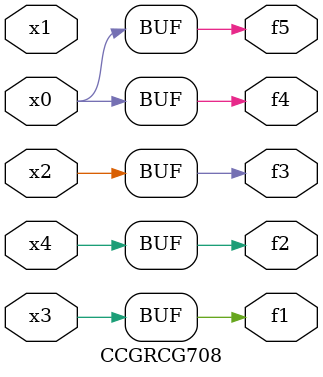
<source format=v>
module CCGRCG708(
	input x0, x1, x2, x3, x4,
	output f1, f2, f3, f4, f5
);
	assign f1 = x3;
	assign f2 = x4;
	assign f3 = x2;
	assign f4 = x0;
	assign f5 = x0;
endmodule

</source>
